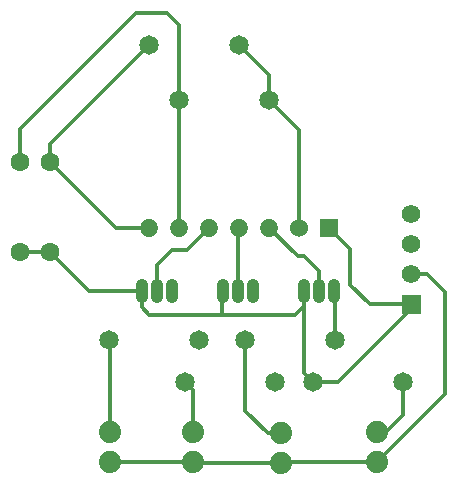
<source format=gtl>
G04 Layer: TopLayer*
G04 EasyEDA v6.1.41, Thu, 16 May 2019 15:27:20 GMT*
G04 2d326a8386664dfebb0799a9ee8975a2,41c397309db345c68939c290f9bc7d8a,10*
G04 Gerber Generator version 0.2*
G04 Scale: 100 percent, Rotated: No, Reflected: No *
G04 Dimensions in millimeters *
G04 leading zeros omitted , absolute positions ,3 integer and 3 decimal *
%FSLAX33Y33*%
%MOMM*%
G90*
G71D02*

%ADD11C,0.354000*%
%ADD12C,1.524000*%
%ADD15C,1.574800*%
%ADD16C,1.599997*%
%ADD17C,1.879600*%
%ADD18C,1.651000*%
%ADD19C,0.999998*%

%LPD*%
G54D11*
G01X22733Y41186D02*
G01X25273Y38646D01*
G01X25273Y36487D01*
G01X25273Y36487D02*
G01X27813Y33947D01*
G01X27813Y25692D01*
G01X15113Y41186D02*
G01X6731Y32804D01*
G01X6731Y31280D01*
G01X6731Y31280D02*
G01X12319Y25692D01*
G01X15113Y25692D01*
G01X4191Y31280D02*
G01X4191Y32931D01*
G01X4191Y34074D01*
G01X13970Y43853D01*
G01X16637Y43853D01*
G01X17653Y42837D01*
G01X17653Y36487D01*
G01X17653Y36487D02*
G01X17653Y25692D01*
G01X20193Y25692D02*
G01X18288Y23787D01*
G01X17018Y23787D01*
G01X15748Y22517D01*
G01X15748Y20358D01*
G01X22733Y25692D02*
G01X22606Y25565D01*
G01X22606Y20358D01*
G01X25273Y25692D02*
G01X27686Y23279D01*
G01X28194Y23279D01*
G01X29464Y22009D01*
G01X29464Y20358D01*
G01X4191Y23660D02*
G01X6731Y23660D01*
G01X6731Y23660D02*
G01X10033Y20358D01*
G01X14478Y20358D01*
G01X14478Y20358D02*
G01X14478Y18961D01*
G01X15113Y18326D01*
G01X27432Y18326D01*
G01X28194Y19088D01*
G01X28194Y20358D01*
G01X21336Y20358D02*
G01X21292Y20314D01*
G01X21292Y18326D01*
G01X30734Y20358D02*
G01X30861Y20231D01*
G01X30861Y16167D01*
G01X30353Y25692D02*
G01X32131Y23914D01*
G01X32131Y20866D01*
G01X33782Y19215D01*
G01X37297Y19215D01*
G01X23241Y16167D02*
G01X23241Y10198D01*
G01X25146Y8293D01*
G01X26289Y8293D01*
G01X18161Y12611D02*
G01X18796Y11976D01*
G01X18796Y8420D01*
G01X36576Y12611D02*
G01X36576Y9817D01*
G01X35179Y8420D01*
G01X34417Y8420D01*
G01X28956Y12611D02*
G01X28194Y13373D01*
G01X28194Y20358D01*
G01X11684Y16167D02*
G01X11811Y16040D01*
G01X11811Y8420D01*
G01X11811Y5880D02*
G01X18796Y5880D01*
G01X18796Y5880D02*
G01X18923Y5753D01*
G01X26289Y5753D01*
G01X26289Y5753D02*
G01X26416Y5880D01*
G01X34417Y5880D01*
G01X34417Y5880D02*
G01X40132Y11595D01*
G01X40132Y20231D01*
G01X38608Y21755D01*
G01X37297Y21755D01*
G01X28956Y12611D02*
G01X31115Y12611D01*
G01X37297Y18793D01*
G01X37297Y19215D01*
G54D12*
G01X27813Y25692D03*
G36*
G01X31115Y24930D02*
G01X29591Y24930D01*
G01X29591Y26454D01*
G01X31115Y26454D01*
G01X31115Y24930D01*
G37*
G36*
G01X36509Y18427D02*
G01X36509Y20002D01*
G01X38084Y20002D01*
G01X38084Y18427D01*
G01X36509Y18427D01*
G37*
G54D15*
G01X37297Y21755D03*
G01X37297Y24295D03*
G01X37297Y26835D03*
G54D16*
G01X4191Y23660D03*
G01X6731Y23660D03*
G01X6731Y31280D03*
G01X4191Y31280D03*
G54D17*
G01X18796Y5880D03*
G01X18796Y8420D03*
G01X11811Y5880D03*
G01X11811Y8420D03*
G54D18*
G01X25781Y12611D03*
G01X18161Y12611D03*
G01X19304Y16167D03*
G01X11684Y16167D03*
G54D17*
G01X26289Y5753D03*
G01X26289Y8293D03*
G54D18*
G01X30861Y16167D03*
G01X23241Y16167D03*
G01X25273Y36487D03*
G01X17653Y36487D03*
G01X22733Y41186D03*
G01X15113Y41186D03*
G54D17*
G01X34417Y5880D03*
G01X34417Y8420D03*
G54D18*
G01X28956Y12611D03*
G01X36576Y12611D03*
G54D12*
G01X25273Y25692D02*
G01X25273Y25692D01*
G01X22733Y25692D02*
G01X22733Y25692D01*
G01X20193Y25692D02*
G01X20193Y25692D01*
G01X17653Y25692D02*
G01X17653Y25692D01*
G01X15113Y25692D02*
G01X15113Y25692D01*
G54D19*
G01X23876Y19858D02*
G01X23876Y20858D01*
G01X22606Y19858D02*
G01X22606Y20858D01*
G01X21336Y19858D02*
G01X21336Y20858D01*
G01X17018Y19858D02*
G01X17018Y20858D01*
G01X15748Y19858D02*
G01X15748Y20858D01*
G01X14478Y19858D02*
G01X14478Y20858D01*
G01X30734Y19858D02*
G01X30734Y20858D01*
G01X29464Y19858D02*
G01X29464Y20858D01*
G01X28194Y19858D02*
G01X28194Y20858D01*
M00*
M02*

</source>
